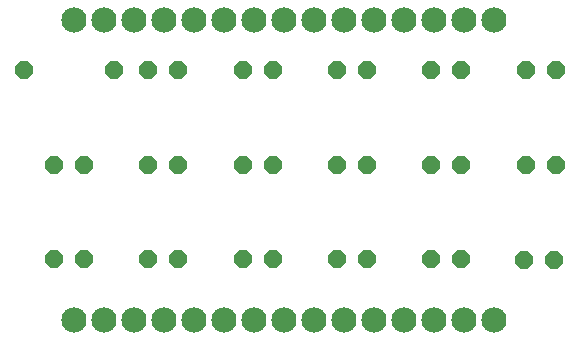
<source format=gbr>
G04 EAGLE Gerber RS-274X export*
G75*
%MOMM*%
%FSLAX34Y34*%
%LPD*%
%INSoldermask Bottom*%
%IPPOS*%
%AMOC8*
5,1,8,0,0,1.08239X$1,22.5*%
G01*
%ADD10C,2.133600*%
%ADD11P,1.649562X8X22.500000*%


D10*
X124500Y322500D03*
X149900Y322500D03*
X175300Y322500D03*
X200700Y322500D03*
X226100Y322500D03*
X251500Y322500D03*
X276900Y322500D03*
X302300Y322500D03*
X327700Y322500D03*
X353100Y322500D03*
X378500Y322500D03*
X403900Y322500D03*
X429300Y322500D03*
X454700Y322500D03*
X480100Y322500D03*
X124500Y68500D03*
X149900Y68500D03*
X175300Y68500D03*
X200700Y68500D03*
X226100Y68500D03*
X251500Y68500D03*
X276900Y68500D03*
X302300Y68500D03*
X327700Y68500D03*
X353100Y68500D03*
X378500Y68500D03*
X403900Y68500D03*
X429300Y68500D03*
X454700Y68500D03*
X480100Y68500D03*
D11*
X507300Y280000D03*
X532700Y280000D03*
X427300Y280000D03*
X452700Y280000D03*
X347300Y280000D03*
X372700Y280000D03*
X267300Y280000D03*
X292700Y280000D03*
X187300Y280000D03*
X212700Y280000D03*
X507300Y200000D03*
X532700Y200000D03*
X427300Y200000D03*
X452700Y200000D03*
X347300Y200000D03*
X372700Y200000D03*
X267300Y200000D03*
X292700Y200000D03*
X187300Y200000D03*
X212700Y200000D03*
X107300Y200000D03*
X132700Y200000D03*
X505788Y119604D03*
X531188Y119604D03*
X427300Y120000D03*
X452700Y120000D03*
X347300Y120000D03*
X372700Y120000D03*
X267300Y120000D03*
X292700Y120000D03*
X187300Y120000D03*
X212700Y120000D03*
X107300Y120000D03*
X132700Y120000D03*
X81900Y280000D03*
X158100Y280000D03*
M02*

</source>
